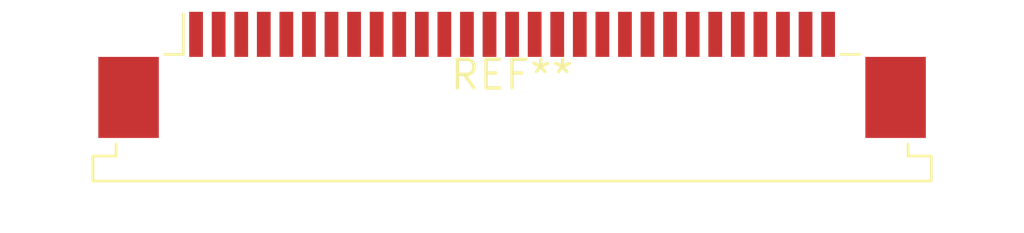
<source format=kicad_pcb>
(kicad_pcb (version 20240108) (generator pcbnew)
  (layers (0 "F.Cu" signal) (31 "B.Cu" signal) (34 "B.Paste" user) (35 "F.Paste" user) (36 "B.SilkS" user "B.Silkscreen") (37 "F.SilkS" user "F.Silkscreen") (38 "B.Mask" user) (39 "F.Mask" user) (44 "Edge.Cuts" user))
  (net 0 "")
  (footprint "TE_2-84952-9_1x29-1MP_P1.0mm_Horizontal" (layer "F.Cu") (at 0 0)
    (property "Reference" "REF**")
    (property "Value" "TE_2-84952-9_1x29-1MP_P1.0mm_Horizontal")
    (fp_line (start -18.57 3.6) (end -17.545 3.6) (layer "F.SilkS") (stroke (width 0.12)))
    (fp_line (start -18.57 4.71) (end -18.57 3.6) (layer "F.SilkS") (stroke (width 0.12)))
    (fp_line (start -17.545 3.6) (end -17.545 3.06) (layer "F.SilkS") (stroke (width 0.12)))
    (fp_line (start -15.39 -0.91) (end -14.565 -0.91) (layer "F.SilkS") (stroke (width 0.12)))
    (fp_line (start -14.565 -0.91) (end -14.565 -2.71) (layer "F.SilkS") (stroke (width 0.12)))
    (fp_line (start 14.565 -0.91) (end 15.39 -0.91) (layer "F.SilkS") (stroke (width 0.12)))
    (fp_line (start 17.545 3.06) (end 17.545 3.6) (layer "F.SilkS") (stroke (width 0.12)))
    (fp_line (start 17.545 3.6) (end 18.57 3.6) (layer "F.SilkS") (stroke (width 0.12)))
    (fp_line (start 18.57 3.6) (end 18.57 4.71) (layer "F.SilkS") (stroke (width 0.12)))
    (fp_line (start 18.57 4.71) (end -18.57 4.71) (layer "F.SilkS") (stroke (width 0.12)))
    (pad "1" smd rect (at -14 -1.8) (size 0.61 2) (layers "F.Cu" "F.Paste" "F.Mask"))
    (pad "2" smd rect (at -13 -1.8) (size 0.61 2) (layers "F.Cu" "F.Paste" "F.Mask"))
    (pad "3" smd rect (at -12 -1.8) (size 0.61 2) (layers "F.Cu" "F.Paste" "F.Mask"))
    (pad "4" smd rect (at -11 -1.8) (size 0.61 2) (layers "F.Cu" "F.Paste" "F.Mask"))
    (pad "5" smd rect (at -10 -1.8) (size 0.61 2) (layers "F.Cu" "F.Paste" "F.Mask"))
    (pad "6" smd rect (at -9 -1.8) (size 0.61 2) (layers "F.Cu" "F.Paste" "F.Mask"))
    (pad "7" smd rect (at -8 -1.8) (size 0.61 2) (layers "F.Cu" "F.Paste" "F.Mask"))
    (pad "8" smd rect (at -7 -1.8) (size 0.61 2) (layers "F.Cu" "F.Paste" "F.Mask"))
    (pad "9" smd rect (at -6 -1.8) (size 0.61 2) (layers "F.Cu" "F.Paste" "F.Mask"))
    (pad "10" smd rect (at -5 -1.8) (size 0.61 2) (layers "F.Cu" "F.Paste" "F.Mask"))
    (pad "11" smd rect (at -4 -1.8) (size 0.61 2) (layers "F.Cu" "F.Paste" "F.Mask"))
    (pad "12" smd rect (at -3 -1.8) (size 0.61 2) (layers "F.Cu" "F.Paste" "F.Mask"))
    (pad "13" smd rect (at -2 -1.8) (size 0.61 2) (layers "F.Cu" "F.Paste" "F.Mask"))
    (pad "14" smd rect (at -1 -1.8) (size 0.61 2) (layers "F.Cu" "F.Paste" "F.Mask"))
    (pad "15" smd rect (at 0 -1.8) (size 0.61 2) (layers "F.Cu" "F.Paste" "F.Mask"))
    (pad "16" smd rect (at 1 -1.8) (size 0.61 2) (layers "F.Cu" "F.Paste" "F.Mask"))
    (pad "17" smd rect (at 2 -1.8) (size 0.61 2) (layers "F.Cu" "F.Paste" "F.Mask"))
    (pad "18" smd rect (at 3 -1.8) (size 0.61 2) (layers "F.Cu" "F.Paste" "F.Mask"))
    (pad "19" smd rect (at 4 -1.8) (size 0.61 2) (layers "F.Cu" "F.Paste" "F.Mask"))
    (pad "20" smd rect (at 5 -1.8) (size 0.61 2) (layers "F.Cu" "F.Paste" "F.Mask"))
    (pad "21" smd rect (at 6 -1.8) (size 0.61 2) (layers "F.Cu" "F.Paste" "F.Mask"))
    (pad "22" smd rect (at 7 -1.8) (size 0.61 2) (layers "F.Cu" "F.Paste" "F.Mask"))
    (pad "23" smd rect (at 8 -1.8) (size 0.61 2) (layers "F.Cu" "F.Paste" "F.Mask"))
    (pad "24" smd rect (at 9 -1.8) (size 0.61 2) (layers "F.Cu" "F.Paste" "F.Mask"))
    (pad "25" smd rect (at 10 -1.8) (size 0.61 2) (layers "F.Cu" "F.Paste" "F.Mask"))
    (pad "26" smd rect (at 11 -1.8) (size 0.61 2) (layers "F.Cu" "F.Paste" "F.Mask"))
    (pad "27" smd rect (at 12 -1.8) (size 0.61 2) (layers "F.Cu" "F.Paste" "F.Mask"))
    (pad "28" smd rect (at 13 -1.8) (size 0.61 2) (layers "F.Cu" "F.Paste" "F.Mask"))
    (pad "29" smd rect (at 14 -1.8) (size 0.61 2) (layers "F.Cu" "F.Paste" "F.Mask"))
    (pad "MP" smd rect (at -16.99 1) (size 2.68 3.6) (layers "F.Cu" "F.Paste" "F.Mask"))
    (pad "MP" smd rect (at 16.99 1) (size 2.68 3.6) (layers "F.Cu" "F.Paste" "F.Mask"))
  )
)
</source>
